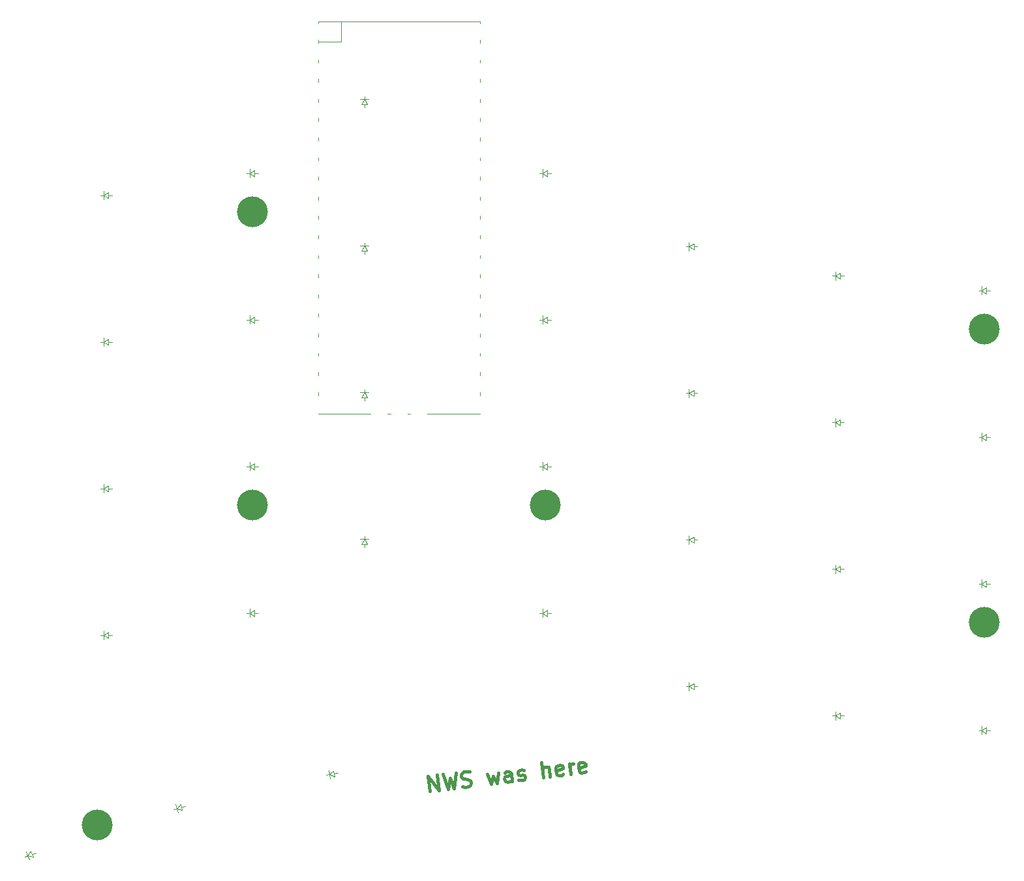
<source format=gbr>
%TF.GenerationSoftware,KiCad,Pcbnew,9.0.3-1.fc42*%
%TF.CreationDate,2025-08-21T15:19:56+02:00*%
%TF.ProjectId,right,72696768-742e-46b6-9963-61645f706362,v1.0.0*%
%TF.SameCoordinates,Original*%
%TF.FileFunction,Legend,Top*%
%TF.FilePolarity,Positive*%
%FSLAX46Y46*%
G04 Gerber Fmt 4.6, Leading zero omitted, Abs format (unit mm)*
G04 Created by KiCad (PCBNEW 9.0.3-1.fc42) date 2025-08-21 15:19:56*
%MOMM*%
%LPD*%
G01*
G04 APERTURE LIST*
%ADD10C,0.400000*%
%ADD11C,0.100000*%
%ADD12C,0.120000*%
%ADD13C,4.000000*%
G04 APERTURE END LIST*
D10*
X304014597Y-212416255D02*
X303770859Y-210431163D01*
X303770859Y-210431163D02*
X305148936Y-212276976D01*
X305148936Y-212276976D02*
X304905197Y-210291884D01*
X305661423Y-210199031D02*
X306377802Y-212126090D01*
X306377802Y-212126090D02*
X306581816Y-210661741D01*
X306581816Y-210661741D02*
X307134028Y-212033237D01*
X307134028Y-212033237D02*
X307362930Y-209990112D01*
X308256760Y-211799430D02*
X308551951Y-211859138D01*
X308551951Y-211859138D02*
X309024592Y-211801105D01*
X309024592Y-211801105D02*
X309202042Y-211683364D01*
X309202042Y-211683364D02*
X309284963Y-211577229D01*
X309284963Y-211577229D02*
X309356278Y-211376566D01*
X309356278Y-211376566D02*
X309333065Y-211187510D01*
X309333065Y-211187510D02*
X309215324Y-211010060D01*
X309215324Y-211010060D02*
X309109189Y-210927138D01*
X309109189Y-210927138D02*
X308908526Y-210855823D01*
X308908526Y-210855823D02*
X308518806Y-210807721D01*
X308518806Y-210807721D02*
X308318143Y-210736406D01*
X308318143Y-210736406D02*
X308212008Y-210653485D01*
X308212008Y-210653485D02*
X308094267Y-210476035D01*
X308094267Y-210476035D02*
X308071054Y-210286979D01*
X308071054Y-210286979D02*
X308142369Y-210086316D01*
X308142369Y-210086316D02*
X308225290Y-209980181D01*
X308225290Y-209980181D02*
X308402740Y-209862439D01*
X308402740Y-209862439D02*
X308875381Y-209804406D01*
X308875381Y-209804406D02*
X309170572Y-209864115D01*
X311414361Y-210164332D02*
X311954967Y-211441300D01*
X311954967Y-211441300D02*
X312217013Y-210449592D01*
X312217013Y-210449592D02*
X312711192Y-211348448D01*
X312711192Y-211348448D02*
X312926813Y-209978626D01*
X314696285Y-211104709D02*
X314568612Y-210064899D01*
X314568612Y-210064899D02*
X314450870Y-209887449D01*
X314450870Y-209887449D02*
X314250207Y-209816134D01*
X314250207Y-209816134D02*
X313872095Y-209862560D01*
X313872095Y-209862560D02*
X313694645Y-209980302D01*
X314684678Y-211010181D02*
X314507228Y-211127922D01*
X314507228Y-211127922D02*
X314034587Y-211185955D01*
X314034587Y-211185955D02*
X313833924Y-211114640D01*
X313833924Y-211114640D02*
X313716183Y-210937190D01*
X313716183Y-210937190D02*
X313692969Y-210748134D01*
X313692969Y-210748134D02*
X313764284Y-210547471D01*
X313764284Y-210547471D02*
X313941734Y-210429730D01*
X313941734Y-210429730D02*
X314414375Y-210371697D01*
X314414375Y-210371697D02*
X314591825Y-210253955D01*
X315535432Y-210905721D02*
X315736095Y-210977036D01*
X315736095Y-210977036D02*
X316114208Y-210930610D01*
X316114208Y-210930610D02*
X316291658Y-210812868D01*
X316291658Y-210812868D02*
X316362973Y-210612205D01*
X316362973Y-210612205D02*
X316351366Y-210517677D01*
X316351366Y-210517677D02*
X316233625Y-210340227D01*
X316233625Y-210340227D02*
X316032962Y-210268912D01*
X316032962Y-210268912D02*
X315749377Y-210303732D01*
X315749377Y-210303732D02*
X315548714Y-210232417D01*
X315548714Y-210232417D02*
X315430973Y-210054967D01*
X315430973Y-210054967D02*
X315419366Y-209960439D01*
X315419366Y-209960439D02*
X315490681Y-209759776D01*
X315490681Y-209759776D02*
X315668131Y-209642035D01*
X315668131Y-209642035D02*
X315951715Y-209607215D01*
X315951715Y-209607215D02*
X316152378Y-209678530D01*
X318760998Y-210605625D02*
X318517260Y-208620533D01*
X319611752Y-210501165D02*
X319484080Y-209461355D01*
X319484080Y-209461355D02*
X319366338Y-209283905D01*
X319366338Y-209283905D02*
X319165675Y-209212590D01*
X319165675Y-209212590D02*
X318882091Y-209247410D01*
X318882091Y-209247410D02*
X318704641Y-209365152D01*
X318704641Y-209365152D02*
X318621719Y-209471286D01*
X321301653Y-210197718D02*
X321124204Y-210315460D01*
X321124204Y-210315460D02*
X320746091Y-210361886D01*
X320746091Y-210361886D02*
X320545428Y-210290571D01*
X320545428Y-210290571D02*
X320427686Y-210113121D01*
X320427686Y-210113121D02*
X320334834Y-209356896D01*
X320334834Y-209356896D02*
X320406149Y-209156233D01*
X320406149Y-209156233D02*
X320583598Y-209038491D01*
X320583598Y-209038491D02*
X320961711Y-208992065D01*
X320961711Y-208992065D02*
X321162374Y-209063380D01*
X321162374Y-209063380D02*
X321280116Y-209240830D01*
X321280116Y-209240830D02*
X321303329Y-209429886D01*
X321303329Y-209429886D02*
X320381260Y-209735009D01*
X322258542Y-210176180D02*
X322096050Y-208852786D01*
X322142476Y-209230898D02*
X322213791Y-209030235D01*
X322213791Y-209030235D02*
X322296713Y-208924101D01*
X322296713Y-208924101D02*
X322474163Y-208806359D01*
X322474163Y-208806359D02*
X322663219Y-208783146D01*
X324232028Y-209837914D02*
X324054578Y-209955655D01*
X324054578Y-209955655D02*
X323676465Y-210002081D01*
X323676465Y-210002081D02*
X323475802Y-209930766D01*
X323475802Y-209930766D02*
X323358061Y-209753317D01*
X323358061Y-209753317D02*
X323265208Y-208997091D01*
X323265208Y-208997091D02*
X323336523Y-208796428D01*
X323336523Y-208796428D02*
X323513973Y-208678687D01*
X323513973Y-208678687D02*
X323892086Y-208632260D01*
X323892086Y-208632260D02*
X324092749Y-208703575D01*
X324092749Y-208703575D02*
X324210490Y-208881025D01*
X324210490Y-208881025D02*
X324233703Y-209070081D01*
X324233703Y-209070081D02*
X323311634Y-209375204D01*
D11*
%TO.C,D17*%
X280250000Y-189260000D02*
X280650000Y-189260000D01*
X280650000Y-189260000D02*
X280650000Y-188710000D01*
X280650000Y-189260000D02*
X280650000Y-189810000D01*
X280650000Y-189260000D02*
X281250000Y-188860000D01*
X281250000Y-188860000D02*
X281250000Y-189660000D01*
X281250000Y-189260000D02*
X281750000Y-189260000D01*
X281250000Y-189660000D02*
X280650000Y-189260000D01*
%TO.C,D25*%
X290567811Y-210276871D02*
X290961734Y-210207412D01*
X290961734Y-210207412D02*
X290866228Y-209665768D01*
X290961734Y-210207412D02*
X291057241Y-210749056D01*
X290961734Y-210207412D02*
X291483160Y-209709300D01*
X291483160Y-209709300D02*
X291622078Y-210497146D01*
X291552619Y-210103223D02*
X292045023Y-210016399D01*
X291622078Y-210497146D02*
X290961734Y-210207412D01*
%TO.C,D26*%
X270761999Y-214734731D02*
X271148369Y-214631204D01*
X271148369Y-214631204D02*
X271006018Y-214099943D01*
X271148369Y-214631204D02*
X271290719Y-215162463D01*
X271148369Y-214631204D02*
X271624397Y-214089542D01*
X271624397Y-214089542D02*
X271831452Y-214862283D01*
X271727924Y-214475912D02*
X272210887Y-214346503D01*
X271831452Y-214862283D02*
X271148369Y-214631204D01*
%TO.C,D24*%
X261250000Y-134967500D02*
X261650000Y-134967500D01*
X261650000Y-134967500D02*
X261650000Y-134417500D01*
X261650000Y-134967500D02*
X261650000Y-135517500D01*
X261650000Y-134967500D02*
X262250000Y-134567500D01*
X262250000Y-134567500D02*
X262250000Y-135367500D01*
X262250000Y-134967500D02*
X262750000Y-134967500D01*
X262250000Y-135367500D02*
X261650000Y-134967500D01*
%TO.C,D9*%
X337250000Y-198785000D02*
X337650000Y-198785000D01*
X337650000Y-198785000D02*
X337650000Y-198235000D01*
X337650000Y-198785000D02*
X337650000Y-199335000D01*
X337650000Y-198785000D02*
X338250000Y-198385000D01*
X338250000Y-198385000D02*
X338250000Y-199185000D01*
X338250000Y-198785000D02*
X338750000Y-198785000D01*
X338250000Y-199185000D02*
X337650000Y-198785000D01*
%TO.C,D11*%
X337250000Y-160685000D02*
X337650000Y-160685000D01*
X337650000Y-160685000D02*
X337650000Y-160135000D01*
X337650000Y-160685000D02*
X337650000Y-161235000D01*
X337650000Y-160685000D02*
X338250000Y-160285000D01*
X338250000Y-160285000D02*
X338250000Y-161085000D01*
X338250000Y-160685000D02*
X338750000Y-160685000D01*
X338250000Y-161085000D02*
X337650000Y-160685000D01*
%TO.C,D2*%
X375250000Y-185450000D02*
X375650000Y-185450000D01*
X375650000Y-185450000D02*
X375650000Y-184900000D01*
X375650000Y-185450000D02*
X375650000Y-186000000D01*
X375650000Y-185450000D02*
X376250000Y-185050000D01*
X376250000Y-185050000D02*
X376250000Y-185850000D01*
X376250000Y-185450000D02*
X376750000Y-185450000D01*
X376250000Y-185850000D02*
X375650000Y-185450000D01*
%TO.C,D23*%
X261250000Y-154017500D02*
X261650000Y-154017500D01*
X261650000Y-154017500D02*
X261650000Y-153467500D01*
X261650000Y-154017500D02*
X261650000Y-154567500D01*
X261650000Y-154017500D02*
X262250000Y-153617500D01*
X262250000Y-153617500D02*
X262250000Y-154417500D01*
X262250000Y-154017500D02*
X262750000Y-154017500D01*
X262250000Y-154417500D02*
X261650000Y-154017500D01*
%TO.C,D28*%
X295100000Y-180247500D02*
X295500000Y-179647500D01*
X295500000Y-179247500D02*
X295500000Y-179647500D01*
X295500000Y-179647500D02*
X294950000Y-179647500D01*
X295500000Y-179647500D02*
X295900000Y-180247500D01*
X295500000Y-179647500D02*
X296050000Y-179647500D01*
X295500000Y-180247500D02*
X295500000Y-180747500D01*
X295900000Y-180247500D02*
X295100000Y-180247500D01*
%TO.C,D6*%
X356250000Y-183545000D02*
X356650000Y-183545000D01*
X356650000Y-183545000D02*
X356650000Y-182995000D01*
X356650000Y-183545000D02*
X356650000Y-184095000D01*
X356650000Y-183545000D02*
X357250000Y-183145000D01*
X357250000Y-183145000D02*
X357250000Y-183945000D01*
X357250000Y-183545000D02*
X357750000Y-183545000D01*
X357250000Y-183945000D02*
X356650000Y-183545000D01*
%TO.C,D30*%
X295100000Y-142147500D02*
X295500000Y-141547500D01*
X295500000Y-141147500D02*
X295500000Y-141547500D01*
X295500000Y-141547500D02*
X294950000Y-141547500D01*
X295500000Y-141547500D02*
X295900000Y-142147500D01*
X295500000Y-141547500D02*
X296050000Y-141547500D01*
X295500000Y-142147500D02*
X295500000Y-142647500D01*
X295900000Y-142147500D02*
X295100000Y-142147500D01*
%TO.C,D8*%
X356250000Y-145445000D02*
X356650000Y-145445000D01*
X356650000Y-145445000D02*
X356650000Y-144895000D01*
X356650000Y-145445000D02*
X356650000Y-145995000D01*
X356650000Y-145445000D02*
X357250000Y-145045000D01*
X357250000Y-145045000D02*
X357250000Y-145845000D01*
X357250000Y-145445000D02*
X357750000Y-145445000D01*
X357250000Y-145845000D02*
X356650000Y-145445000D01*
%TO.C,D3*%
X375250000Y-166400000D02*
X375650000Y-166400000D01*
X375650000Y-166400000D02*
X375650000Y-165850000D01*
X375650000Y-166400000D02*
X375650000Y-166950000D01*
X375650000Y-166400000D02*
X376250000Y-166000000D01*
X376250000Y-166000000D02*
X376250000Y-166800000D01*
X376250000Y-166400000D02*
X376750000Y-166400000D01*
X376250000Y-166800000D02*
X375650000Y-166400000D01*
%TO.C,D22*%
X261250000Y-173067500D02*
X261650000Y-173067500D01*
X261650000Y-173067500D02*
X261650000Y-172517500D01*
X261650000Y-173067500D02*
X261650000Y-173617500D01*
X261650000Y-173067500D02*
X262250000Y-172667500D01*
X262250000Y-172667500D02*
X262250000Y-173467500D01*
X262250000Y-173067500D02*
X262750000Y-173067500D01*
X262250000Y-173467500D02*
X261650000Y-173067500D01*
%TO.C,D31*%
X295100000Y-123097500D02*
X295500000Y-122497500D01*
X295500000Y-122097500D02*
X295500000Y-122497500D01*
X295500000Y-122497500D02*
X294950000Y-122497500D01*
X295500000Y-122497500D02*
X295900000Y-123097500D01*
X295500000Y-122497500D02*
X296050000Y-122497500D01*
X295500000Y-123097500D02*
X295500000Y-123597500D01*
X295900000Y-123097500D02*
X295100000Y-123097500D01*
%TO.C,D20*%
X280250000Y-132110000D02*
X280650000Y-132110000D01*
X280650000Y-132110000D02*
X280650000Y-131560000D01*
X280650000Y-132110000D02*
X280650000Y-132660000D01*
X280650000Y-132110000D02*
X281250000Y-131710000D01*
X281250000Y-131710000D02*
X281250000Y-132510000D01*
X281250000Y-132110000D02*
X281750000Y-132110000D01*
X281250000Y-132510000D02*
X280650000Y-132110000D01*
%TO.C,D10*%
X337250000Y-179735000D02*
X337650000Y-179735000D01*
X337650000Y-179735000D02*
X337650000Y-179185000D01*
X337650000Y-179735000D02*
X337650000Y-180285000D01*
X337650000Y-179735000D02*
X338250000Y-179335000D01*
X338250000Y-179335000D02*
X338250000Y-180135000D01*
X338250000Y-179735000D02*
X338750000Y-179735000D01*
X338250000Y-180135000D02*
X337650000Y-179735000D01*
%TO.C,D29*%
X295100000Y-161197500D02*
X295500000Y-160597500D01*
X295500000Y-160197500D02*
X295500000Y-160597500D01*
X295500000Y-160597500D02*
X294950000Y-160597500D01*
X295500000Y-160597500D02*
X295900000Y-161197500D01*
X295500000Y-160597500D02*
X296050000Y-160597500D01*
X295500000Y-161197500D02*
X295500000Y-161697500D01*
X295900000Y-161197500D02*
X295100000Y-161197500D01*
%TO.C,D13*%
X318250000Y-189260000D02*
X318650000Y-189260000D01*
X318650000Y-189260000D02*
X318650000Y-188710000D01*
X318650000Y-189260000D02*
X318650000Y-189810000D01*
X318650000Y-189260000D02*
X319250000Y-188860000D01*
X319250000Y-188860000D02*
X319250000Y-189660000D01*
X319250000Y-189260000D02*
X319750000Y-189260000D01*
X319250000Y-189660000D02*
X318650000Y-189260000D01*
%TO.C,D18*%
X280250000Y-170210000D02*
X280650000Y-170210000D01*
X280650000Y-170210000D02*
X280650000Y-169660000D01*
X280650000Y-170210000D02*
X280650000Y-170760000D01*
X280650000Y-170210000D02*
X281250000Y-169810000D01*
X281250000Y-169810000D02*
X281250000Y-170610000D01*
X281250000Y-170210000D02*
X281750000Y-170210000D01*
X281250000Y-170610000D02*
X280650000Y-170210000D01*
%TO.C,D12*%
X337250000Y-141635000D02*
X337650000Y-141635000D01*
X337650000Y-141635000D02*
X337650000Y-141085000D01*
X337650000Y-141635000D02*
X337650000Y-142185000D01*
X337650000Y-141635000D02*
X338250000Y-141235000D01*
X338250000Y-141235000D02*
X338250000Y-142035000D01*
X338250000Y-141635000D02*
X338750000Y-141635000D01*
X338250000Y-142035000D02*
X337650000Y-141635000D01*
%TO.C,D21*%
X261250000Y-192117500D02*
X261650000Y-192117500D01*
X261650000Y-192117500D02*
X261650000Y-191567500D01*
X261650000Y-192117500D02*
X261650000Y-192667500D01*
X261650000Y-192117500D02*
X262250000Y-191717500D01*
X262250000Y-191717500D02*
X262250000Y-192517500D01*
X262250000Y-192117500D02*
X262750000Y-192117500D01*
X262250000Y-192517500D02*
X261650000Y-192117500D01*
%TO.C,D14*%
X318250000Y-170210000D02*
X318650000Y-170210000D01*
X318650000Y-170210000D02*
X318650000Y-169660000D01*
X318650000Y-170210000D02*
X318650000Y-170760000D01*
X318650000Y-170210000D02*
X319250000Y-169810000D01*
X319250000Y-169810000D02*
X319250000Y-170610000D01*
X319250000Y-170210000D02*
X319750000Y-170210000D01*
X319250000Y-170610000D02*
X318650000Y-170210000D01*
%TO.C,D19*%
X280250000Y-151160000D02*
X280650000Y-151160000D01*
X280650000Y-151160000D02*
X280650000Y-150610000D01*
X280650000Y-151160000D02*
X280650000Y-151710000D01*
X280650000Y-151160000D02*
X281250000Y-150760000D01*
X281250000Y-150760000D02*
X281250000Y-151560000D01*
X281250000Y-151160000D02*
X281750000Y-151160000D01*
X281250000Y-151560000D02*
X280650000Y-151160000D01*
%TO.C,D7*%
X356250000Y-164495000D02*
X356650000Y-164495000D01*
X356650000Y-164495000D02*
X356650000Y-163945000D01*
X356650000Y-164495000D02*
X356650000Y-165045000D01*
X356650000Y-164495000D02*
X357250000Y-164095000D01*
X357250000Y-164095000D02*
X357250000Y-164895000D01*
X357250000Y-164495000D02*
X357750000Y-164495000D01*
X357250000Y-164895000D02*
X356650000Y-164495000D01*
%TO.C,D5*%
X356250000Y-202595000D02*
X356650000Y-202595000D01*
X356650000Y-202595000D02*
X356650000Y-202045000D01*
X356650000Y-202595000D02*
X356650000Y-203145000D01*
X356650000Y-202595000D02*
X357250000Y-202195000D01*
X357250000Y-202195000D02*
X357250000Y-202995000D01*
X357250000Y-202595000D02*
X357750000Y-202595000D01*
X357250000Y-202995000D02*
X356650000Y-202595000D01*
%TO.C,D15*%
X318250000Y-151160000D02*
X318650000Y-151160000D01*
X318650000Y-151160000D02*
X318650000Y-150610000D01*
X318650000Y-151160000D02*
X318650000Y-151710000D01*
X318650000Y-151160000D02*
X319250000Y-150760000D01*
X319250000Y-150760000D02*
X319250000Y-151560000D01*
X319250000Y-151160000D02*
X319750000Y-151160000D01*
X319250000Y-151560000D02*
X318650000Y-151160000D01*
%TO.C,D1*%
X375250000Y-204500000D02*
X375650000Y-204500000D01*
X375650000Y-204500000D02*
X375650000Y-203950000D01*
X375650000Y-204500000D02*
X375650000Y-205050000D01*
X375650000Y-204500000D02*
X376250000Y-204100000D01*
X376250000Y-204100000D02*
X376250000Y-204900000D01*
X376250000Y-204500000D02*
X376750000Y-204500000D01*
X376250000Y-204900000D02*
X375650000Y-204500000D01*
%TO.C,D4*%
X375250000Y-147350000D02*
X375650000Y-147350000D01*
X375650000Y-147350000D02*
X375650000Y-146800000D01*
X375650000Y-147350000D02*
X375650000Y-147900000D01*
X375650000Y-147350000D02*
X376250000Y-146950000D01*
X376250000Y-146950000D02*
X376250000Y-147750000D01*
X376250000Y-147350000D02*
X376750000Y-147350000D01*
X376250000Y-147750000D02*
X375650000Y-147350000D01*
%TO.C,D27*%
X251420083Y-220901819D02*
X251795960Y-220765011D01*
X251795960Y-220765011D02*
X251607849Y-220248180D01*
X251795960Y-220765011D02*
X251984071Y-221281842D01*
X251795960Y-220765011D02*
X252222967Y-220183922D01*
X252222967Y-220183922D02*
X252496583Y-220935676D01*
X252359775Y-220559799D02*
X252829621Y-220388789D01*
X252496583Y-220935676D02*
X251795960Y-220765011D01*
D12*
%TO.C,_1*%
X289500000Y-112347500D02*
X289500000Y-112647500D01*
X289500000Y-112347500D02*
X310500000Y-112347500D01*
X289500000Y-114747500D02*
X289500000Y-115147500D01*
X289500000Y-115014500D02*
X292507000Y-115014500D01*
X289500000Y-117347500D02*
X289500000Y-117747500D01*
X289500000Y-119847500D02*
X289500000Y-120247500D01*
X289500000Y-122447500D02*
X289500000Y-122847500D01*
X289500000Y-124947500D02*
X289500000Y-125347500D01*
X289500000Y-127447500D02*
X289500000Y-127847500D01*
X289500000Y-130047500D02*
X289500000Y-130447500D01*
X289500000Y-132547500D02*
X289500000Y-132947500D01*
X289500000Y-135147500D02*
X289500000Y-135547500D01*
X289500000Y-137647500D02*
X289500000Y-138047500D01*
X289500000Y-140147500D02*
X289500000Y-140547500D01*
X289500000Y-142747500D02*
X289500000Y-143147500D01*
X289500000Y-145247500D02*
X289500000Y-145647500D01*
X289500000Y-147847500D02*
X289500000Y-148247500D01*
X289500000Y-150347500D02*
X289500000Y-150747500D01*
X289500000Y-152947500D02*
X289500000Y-153347500D01*
X289500000Y-155447500D02*
X289500000Y-155847500D01*
X289500000Y-157947500D02*
X289500000Y-158347500D01*
X289500000Y-160547500D02*
X289500000Y-160947500D01*
X292507000Y-115014500D02*
X292507000Y-112347500D01*
X296300000Y-163347500D02*
X289500000Y-163347500D01*
X298500000Y-163347500D02*
X298900000Y-163347500D01*
X301100000Y-163347500D02*
X301500000Y-163347500D01*
X310500000Y-112347500D02*
X310500000Y-112647500D01*
X310500000Y-114747500D02*
X310500000Y-115147500D01*
X310500000Y-117347500D02*
X310500000Y-117747500D01*
X310500000Y-119847500D02*
X310500000Y-120247500D01*
X310500000Y-122447500D02*
X310500000Y-122847500D01*
X310500000Y-124947500D02*
X310500000Y-125347500D01*
X310500000Y-127447500D02*
X310500000Y-127847500D01*
X310500000Y-130047500D02*
X310500000Y-130447500D01*
X310500000Y-132547500D02*
X310500000Y-132947500D01*
X310500000Y-135147500D02*
X310500000Y-135547500D01*
X310500000Y-137647500D02*
X310500000Y-138047500D01*
X310500000Y-140147500D02*
X310500000Y-140547500D01*
X310500000Y-142747500D02*
X310500000Y-143147500D01*
X310500000Y-145247500D02*
X310500000Y-145647500D01*
X310500000Y-147847500D02*
X310500000Y-148247500D01*
X310500000Y-150347500D02*
X310500000Y-150747500D01*
X310500000Y-152947500D02*
X310500000Y-153347500D01*
X310500000Y-155447500D02*
X310500000Y-155847500D01*
X310500000Y-157947500D02*
X310500000Y-158347500D01*
X310500000Y-160547500D02*
X310500000Y-160947500D01*
X310500000Y-163347500D02*
X303700000Y-163347500D01*
D11*
%TO.C,D16*%
X318250000Y-132110000D02*
X318650000Y-132110000D01*
X318650000Y-132110000D02*
X318650000Y-131560000D01*
X318650000Y-132110000D02*
X318650000Y-132660000D01*
X318650000Y-132110000D02*
X319250000Y-131710000D01*
X319250000Y-131710000D02*
X319250000Y-132510000D01*
X319250000Y-132110000D02*
X319750000Y-132110000D01*
X319250000Y-132510000D02*
X318650000Y-132110000D01*
%TD*%
D13*
%TO.C,*%
X319000000Y-175235000D03*
%TD*%
%TO.C,*%
X281000000Y-175235000D03*
%TD*%
%TO.C,*%
X281000000Y-137135000D03*
%TD*%
%TO.C,*%
X376000000Y-152375000D03*
%TD*%
%TO.C,*%
X260839430Y-216739174D03*
%TD*%
%TO.C,*%
X376000000Y-190475000D03*
%TD*%
M02*

</source>
